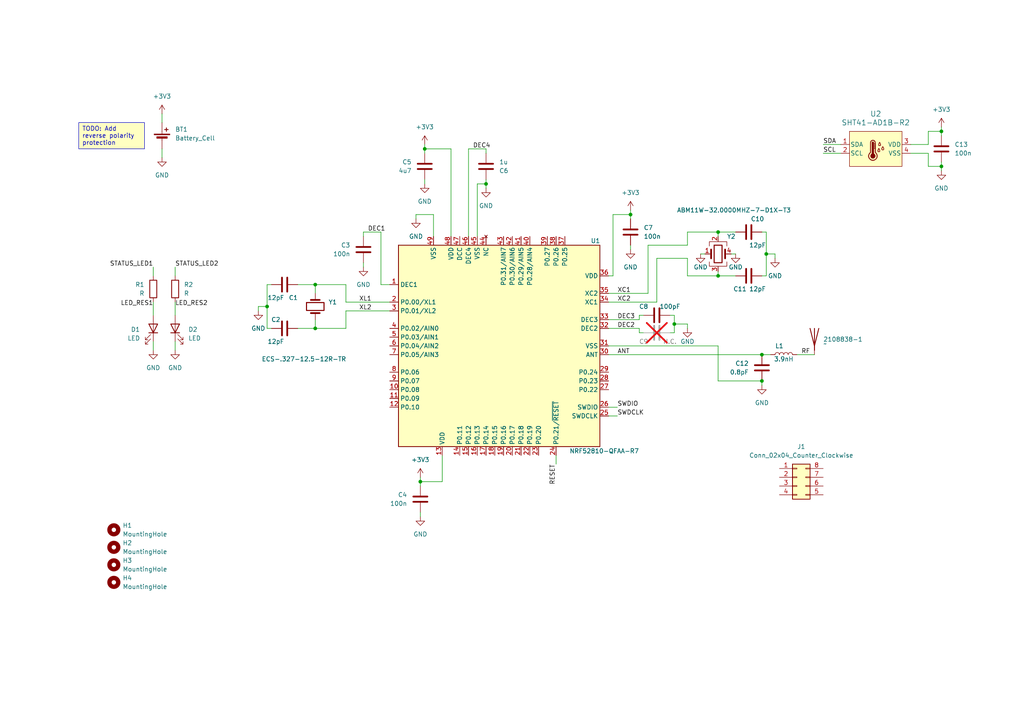
<source format=kicad_sch>
(kicad_sch (version 20230121) (generator eeschema)
  (paper "A4")
  (lib_symbols
    (symbol "Connector_Generic:Conn_02x04_Counter_Clockwise" (pin_names (offset 1.016) hide)
      (property "Reference" "J" (at 1.27 5.08 0))
      (property "Value" "Conn_02x04_Counter_Clockwise" (at 1.27 -7.62 0))
      (symbol "Conn_02x04_Counter_Clockwise_1_1"
        (rectangle (start -1.27 -4.953) (end 0 -5.207) (stroke (width 0.1524)))
        (rectangle (start -1.27 -2.413) (end 0 -2.667) (stroke (width 0.1524)))
        (rectangle (start -1.27 0.127) (end 0 -0.127) (stroke (width 0.1524)))
        (rectangle (start -1.27 2.667) (end 0 2.413) (stroke (width 0.1524)))
        (rectangle (start -1.27 3.81) (end 3.81 -6.35) (stroke (width 0.254)) (fill (type background)))
        (rectangle (start 3.81 -4.953) (end 2.54 -5.207) (stroke (width 0.1524)))
        (rectangle (start 3.81 -2.413) (end 2.54 -2.667) (stroke (width 0.1524)))
        (rectangle (start 3.81 0.127) (end 2.54 -0.127) (stroke (width 0.1524)))
        (rectangle (start 3.81 2.667) (end 2.54 2.413) (stroke (width 0.1524)))
        (pin passive line (at -5.08 2.54 0) (length 3.81) (name "Pin_1") (number "1"))
        (pin passive line (at -5.08 0 0) (length 3.81) (name "Pin_2") (number "2"))
        (pin passive line (at -5.08 -2.54 0) (length 3.81) (name "Pin_3") (number "3"))
        (pin passive line (at -5.08 -5.08 0) (length 3.81) (name "Pin_4") (number "4"))
        (pin passive line (at 7.62 -5.08 180) (length 3.81) (name "Pin_5") (number "5"))
        (pin passive line (at 7.62 -2.54 180) (length 3.81) (name "Pin_6") (number "6"))
        (pin passive line (at 7.62 0 180) (length 3.81) (name "Pin_7") (number "7"))
        (pin passive line (at 7.62 2.54 180) (length 3.81) (name "Pin_8") (number "8"))
      )
    )
    (symbol "Device:Antenna" (pin_numbers hide) (pin_names (offset 1.016) hide)
      (property "Reference" "AE" (at -1.905 1.905 0))
      (property "Value" "Antenna" (at -1.905 0 0))
      (symbol "Antenna_0_1"
        (polyline (pts (xy 0 2.54) (xy 0 -3.81)) (stroke (width 0.254)))
        (polyline (pts (xy 1.27 2.54) (xy 0 -2.54) (xy -1.27 2.54)) (stroke (width 0.254)))
      )
      (symbol "Antenna_1_1"
        (pin input line (at 0 -5.08 90) (length 2.54) (name "A") (number "1"))
      )
    )
    (symbol "Device:Battery_Cell" (pin_numbers hide) (pin_names (offset 0) hide)
      (property "Reference" "BT" (at 2.54 2.54 0))
      (property "Value" "Battery_Cell" (at 2.54 0 0))
      (symbol "Battery_Cell_0_1"
        (rectangle (start -2.286 1.778) (end 2.286 1.524) (fill (type outline)))
        (rectangle (start -1.524 1.016) (end 1.524 0.508) (fill (type outline)))
        (polyline (pts (xy 0 0.762) (xy 0 0)))
        (polyline (pts (xy 0 1.778) (xy 0 2.54)))
        (polyline (pts (xy 0.762 3.048) (xy 1.778 3.048)) (stroke (width 0.254)))
        (polyline (pts (xy 1.27 3.556) (xy 1.27 2.54)) (stroke (width 0.254)))
      )
      (symbol "Battery_Cell_1_1"
        (pin passive line (at 0 5.08 270) (length 2.54) (name "+") (number "1"))
        (pin passive line (at 0 -2.54 90) (length 2.54) (name "-") (number "2"))
      )
    )
    (symbol "Device:C" (pin_numbers hide) (pin_names (offset 0.254))
      (property "Reference" "C" (at 0.635 2.54 0))
      (property "Value" "C" (at 0.635 -2.54 0))
      (symbol "C_0_1"
        (polyline (pts (xy -2.032 -0.762) (xy 2.032 -0.762)) (stroke (width 0.508)))
        (polyline (pts (xy -2.032 0.762) (xy 2.032 0.762)) (stroke (width 0.508)))
      )
      (symbol "C_1_1"
        (pin passive line (at 0 3.81 270) (length 2.794) (name "~") (number "1"))
        (pin passive line (at 0 -3.81 90) (length 2.794) (name "~") (number "2"))
      )
    )
    (symbol "Device:Crystal" (pin_numbers hide) (pin_names (offset 1.016) hide)
      (property "Reference" "Y" (at 0 3.81 0))
      (property "Value" "Crystal" (at 0 -3.81 0))
      (symbol "Crystal_0_1"
        (rectangle (start -1.143 2.54) (end 1.143 -2.54) (stroke (width 0.3048)))
        (polyline (pts (xy -2.54 0) (xy -1.905 0)))
        (polyline (pts (xy -1.905 -1.27) (xy -1.905 1.27)) (stroke (width 0.508)))
        (polyline (pts (xy 1.905 -1.27) (xy 1.905 1.27)) (stroke (width 0.508)))
        (polyline (pts (xy 2.54 0) (xy 1.905 0)))
      )
      (symbol "Crystal_1_1"
        (pin passive line (at -3.81 0 0) (length 1.27) (name "1") (number "1"))
        (pin passive line (at 3.81 0 180) (length 1.27) (name "2") (number "2"))
      )
    )
    (symbol "Device:Crystal_GND23" (pin_names (offset 1.016) hide)
      (property "Reference" "Y" (at 3.175 5.08 0))
      (property "Value" "Crystal_GND23" (at 3.175 3.175 0))
      (symbol "Crystal_GND23_0_1"
        (rectangle (start -1.143 2.54) (end 1.143 -2.54) (stroke (width 0.3048)))
        (polyline (pts (xy -2.54 0) (xy -2.032 0)))
        (polyline (pts (xy -2.032 -1.27) (xy -2.032 1.27)) (stroke (width 0.508)))
        (polyline (pts (xy 0 -3.81) (xy 0 -3.556)))
        (polyline (pts (xy 0 3.556) (xy 0 3.81)))
        (polyline (pts (xy 2.032 -1.27) (xy 2.032 1.27)) (stroke (width 0.508)))
        (polyline (pts (xy 2.032 0) (xy 2.54 0)))
        (polyline (pts (xy -2.54 -2.286) (xy -2.54 -3.556) (xy 2.54 -3.556) (xy 2.54 -2.286)))
        (polyline (pts (xy -2.54 2.286) (xy -2.54 3.556) (xy 2.54 3.556) (xy 2.54 2.286)))
      )
      (symbol "Crystal_GND23_1_1"
        (pin passive line (at -3.81 0 0) (length 1.27) (name "1") (number "1"))
        (pin passive line (at 0 5.08 270) (length 1.27) (name "2") (number "2"))
        (pin passive line (at 0 -5.08 90) (length 1.27) (name "3") (number "3"))
        (pin passive line (at 3.81 0 180) (length 1.27) (name "4") (number "4"))
      )
    )
    (symbol "Device:L" (pin_numbers hide) (pin_names (offset 1.016) hide)
      (property "Reference" "L" (at -1.27 0 90))
      (property "Value" "L" (at 1.905 0 90))
      (symbol "L_0_1"
        (arc (start 0 -2.54) (mid 0.6323 -1.905) (end 0 -1.27))
        (arc (start 0 -1.27) (mid 0.6323 -0.635) (end 0 0))
        (arc (start 0 0) (mid 0.6323 0.635) (end 0 1.27))
        (arc (start 0 1.27) (mid 0.6323 1.905) (end 0 2.54))
      )
      (symbol "L_1_1"
        (pin passive line (at 0 3.81 270) (length 1.27) (name "1") (number "1"))
        (pin passive line (at 0 -3.81 90) (length 1.27) (name "2") (number "2"))
      )
    )
    (symbol "Device:LED" (pin_numbers hide) (pin_names (offset 1.016) hide)
      (property "Reference" "D" (at 0 2.54 0))
      (property "Value" "LED" (at 0 -2.54 0))
      (symbol "LED_0_1"
        (polyline (pts (xy -1.27 -1.27) (xy -1.27 1.27)) (stroke (width 0.254)))
        (polyline (pts (xy -1.27 0) (xy 1.27 0)))
        (polyline (pts (xy 1.27 -1.27) (xy 1.27 1.27) (xy -1.27 0) (xy 1.27 -1.27)) (stroke (width 0.254)))
        (polyline (pts (xy -3.048 -0.762) (xy -4.572 -2.286) (xy -3.81 -2.286) (xy -4.572 -2.286) (xy -4.572 -1.524)))
        (polyline (pts (xy -1.778 -0.762) (xy -3.302 -2.286) (xy -2.54 -2.286) (xy -3.302 -2.286) (xy -3.302 -1.524)))
      )
      (symbol "LED_1_1"
        (pin passive line (at -3.81 0 0) (length 2.54) (name "K") (number "1"))
        (pin passive line (at 3.81 0 180) (length 2.54) (name "A") (number "2"))
      )
    )
    (symbol "Device:R" (pin_numbers hide) (pin_names (offset 0))
      (property "Reference" "R" (at 2.032 0 90))
      (property "Value" "R" (at 0 0 90))
      (symbol "R_0_1"
        (rectangle (start -1.016 -2.54) (end 1.016 2.54) (stroke (width 0.254)))
      )
      (symbol "R_1_1"
        (pin passive line (at 0 3.81 270) (length 1.27) (name "~") (number "1"))
        (pin passive line (at 0 -3.81 90) (length 1.27) (name "~") (number "2"))
      )
    )
    (symbol "Mechanical:MountingHole" (pin_names (offset 1.016))
      (property "Reference" "H" (at 0 5.08 0))
      (property "Value" "MountingHole" (at 0 3.175 0))
      (symbol "MountingHole_0_1"
        (circle (center 0 0) (radius 1.27) (stroke (width 1.27)))
      )
    )
    (symbol "encyclopedia_galactica:NRF52810-QFAA-R7"
      (property "Reference" "U" (at 0 54.61 0))
      (property "Value" "NRF52810-QFAA-R7" (at 0 52.07 0))
      (symbol "NRF52810-QFAA-R7_0_1"
        (rectangle (start -29.21 29.21) (end 29.21 -29.21) (stroke (width 0.254)) (fill (type background)))
      )
      (symbol "NRF52810-QFAA-R7_1_1"
        (pin passive line (at -31.75 17.78 0) (length 2.54) (name "DEC1") (number "1"))
        (pin bidirectional line (at -31.75 -12.7 0) (length 2.54) (name "P0.08") (number "10"))
        (pin bidirectional line (at -31.75 -15.24 0) (length 2.54) (name "P0.09") (number "11"))
        (pin bidirectional line (at -31.75 -17.78 0) (length 2.54) (name "P0.10") (number "12"))
        (pin power_in line (at -16.51 -31.75 90) (length 2.54) (name "VDD") (number "13"))
        (pin bidirectional line (at -11.43 -31.75 90) (length 2.54) (name "P0.11") (number "14"))
        (pin bidirectional line (at -8.89 -31.75 90) (length 2.54) (name "P0.12") (number "15"))
        (pin bidirectional line (at -6.35 -31.75 90) (length 2.54) (name "P0.13") (number "16"))
        (pin bidirectional line (at -3.81 -31.75 90) (length 2.54) (name "P0.14") (number "17"))
        (pin bidirectional line (at -1.27 -31.75 90) (length 2.54) (name "P0.15") (number "18"))
        (pin bidirectional line (at 1.27 -31.75 90) (length 2.54) (name "P0.16") (number "19"))
        (pin bidirectional line (at -31.75 12.7 0) (length 2.54) (name "P0.00/XL1") (number "2"))
        (pin bidirectional line (at 3.81 -31.75 90) (length 2.54) (name "P0.17") (number "20"))
        (pin bidirectional line (at 6.35 -31.75 90) (length 2.54) (name "P0.18") (number "21"))
        (pin bidirectional line (at 8.89 -31.75 90) (length 2.54) (name "P0.19") (number "22"))
        (pin bidirectional line (at 11.43 -31.75 90) (length 2.54) (name "P0.20") (number "23"))
        (pin bidirectional line (at 16.51 -31.75 90) (length 2.54) (name "P0.21/~{RESET}") (number "24"))
        (pin input line (at 31.75 -20.32 180) (length 2.54) (name "SWDCLK") (number "25"))
        (pin bidirectional line (at 31.75 -17.78 180) (length 2.54) (name "SWDIO") (number "26"))
        (pin bidirectional line (at 31.75 -12.7 180) (length 2.54) (name "P0.22") (number "27"))
        (pin bidirectional line (at 31.75 -10.16 180) (length 2.54) (name "P0.23") (number "28"))
        (pin bidirectional line (at 31.75 -7.62 180) (length 2.54) (name "P0.24") (number "29"))
        (pin bidirectional line (at -31.75 10.16 0) (length 2.54) (name "P0.01/XL2") (number "3"))
        (pin passive line (at 31.75 -2.54 180) (length 2.54) (name "ANT") (number "30"))
        (pin power_in line (at 31.75 0 180) (length 2.54) (name "VSS") (number "31"))
        (pin passive line (at 31.75 5.08 180) (length 2.54) (name "DEC2") (number "32"))
        (pin passive line (at 31.75 7.62 180) (length 2.54) (name "DEC3") (number "33"))
        (pin input line (at 31.75 12.7 180) (length 2.54) (name "XC1") (number "34"))
        (pin input line (at 31.75 15.24 180) (length 2.54) (name "XC2") (number "35"))
        (pin passive line (at 31.75 20.32 180) (length 2.54) (name "VDD") (number "36"))
        (pin bidirectional line (at 19.05 31.75 270) (length 2.54) (name "P0.25") (number "37"))
        (pin bidirectional line (at 16.51 31.75 270) (length 2.54) (name "P0.26") (number "38"))
        (pin bidirectional line (at 13.97 31.75 270) (length 2.54) (name "P0.27") (number "39"))
        (pin bidirectional line (at -31.75 5.08 0) (length 2.54) (name "P0.02/AIN0") (number "4"))
        (pin bidirectional line (at 8.89 31.75 270) (length 2.54) (name "P0.28/AIN4") (number "40"))
        (pin bidirectional line (at 6.35 31.75 270) (length 2.54) (name "P0.29/AIN5") (number "41"))
        (pin bidirectional line (at 3.81 31.75 270) (length 2.54) (name "P0.30/AIN6") (number "42"))
        (pin bidirectional line (at 1.27 31.75 270) (length 2.54) (name "P0.31/AIN7") (number "43"))
        (pin no_connect line (at -3.81 31.75 270) (length 2.54) (name "NC") (number "44"))
        (pin passive line (at -6.35 31.75 270) (length 2.54) (name "VSS") (number "45"))
        (pin passive line (at -8.89 31.75 270) (length 2.54) (name "DEC4") (number "46"))
        (pin power_out line (at -11.43 31.75 270) (length 2.54) (name "DCC") (number "47"))
        (pin passive line (at -13.97 31.75 270) (length 2.54) (name "VDD") (number "48"))
        (pin passive line (at -19.05 31.75 270) (length 2.54) (name "VSS") (number "49"))
        (pin bidirectional line (at -31.75 2.54 0) (length 2.54) (name "P0.03/AIN1") (number "5"))
        (pin bidirectional line (at -31.75 0 0) (length 2.54) (name "P0.04/AIN2") (number "6"))
        (pin bidirectional line (at -31.75 -2.54 0) (length 2.54) (name "P0.05/AIN3") (number "7"))
        (pin bidirectional line (at -31.75 -7.62 0) (length 2.54) (name "P0.06") (number "8"))
        (pin bidirectional line (at -31.75 -10.16 0) (length 2.54) (name "P0.07") (number "9"))
      )
    )
    (symbol "encyclopedia_galactica:SHT41-AD1B-R2" (pin_names (offset 0.254))
      (property "Reference" "U" (at 0 13.97 0))
      (property "Value" "SHT41-AD1B-R2" (at 0 11.43 0))
      (symbol "SHT41-AD1B-R2_0_0"
        (polyline (pts (xy -0.7782 -2.7679) (xy -0.7538 -2.7614) (xy -0.6273 -2.7452) (xy -0.5713 -2.733) (xy -0.4386 -2.65) (xy -0.3005 -2.5149) (xy -0.1862 -2.3589) (xy -0.1253 -2.2133) (xy -0.1122 -1.9777) (xy -0.1841 -1.7536) (xy -0.3553 -1.5359) (xy -0.5465 -1.3446) (xy -0.5465 0.2882) (xy -0.5465 1.9209) (xy -0.6855 2.012) (xy -0.7691 2.0613) (xy -0.8546 2.0708) (xy -0.9634 2.012) (xy -1.1023 1.9209) (xy -1.1023 0.2767) (xy -1.1023 -1.3675) (xy -1.2424 -1.4777) (xy -1.2888 -1.5171) (xy -1.4497 -1.7284) (xy -1.5229 -1.9679) (xy -1.5126 -2.2124) (xy -1.4228 -2.4384) (xy -1.2576 -2.6226) (xy -1.0211 -2.7416) (xy -0.8813 -2.7694) (xy -0.7782 -2.7679)) (stroke (width 0.01)) (fill (type outline)))
        (polyline (pts (xy 2.1727 -0.3391) (xy 2.3119 -0.2679) (xy 2.3683 -0.175) (xy 2.3992 -0.0278) (xy 2.3871 0.0546) (xy 2.337 0.2108) (xy 2.2619 0.3868) (xy 2.177 0.5511) (xy 2.0973 0.6727) (xy 2.0379 0.7202) (xy 1.9994 0.6955) (xy 1.9245 0.5928) (xy 1.8393 0.4391) (xy 1.7593 0.2658) (xy 1.6999 0.1045) (xy 1.6767 -0.0135) (xy 1.6805 -0.0349) (xy 1.7878 -0.0349) (xy 1.7977 0.0177) (xy 1.8421 0.1542) (xy 1.9103 0.3256) (xy 2.0328 0.6103) (xy 2.1597 0.3359) (xy 2.2226 0.1922) (xy 2.2764 0.0231) (xy 2.275 -0.0919) (xy 2.2213 -0.1774) (xy 2.1655 -0.214) (xy 2.0379 -0.2441) (xy 1.9584 -0.2324) (xy 1.8367 -0.1559) (xy 1.7878 -0.0349) (xy 1.6805 -0.0349) (xy 1.6952 -0.1171) (xy 1.7686 -0.2536) (xy 1.8305 -0.3015) (xy 1.9945 -0.3498) (xy 2.1727 -0.3391)) (stroke (width 0.01)) (fill (type outline)))
        (polyline (pts (xy 1.2779 0.8852) (xy 1.3876 0.9342) (xy 1.439 1.0346) (xy 1.4494 1.2197) (xy 1.4056 1.4476) (xy 1.3104 1.6903) (xy 1.2438 1.815) (xy 1.1682 1.9333) (xy 1.1209 1.9791) (xy 1.087 1.9506) (xy 1.016 1.8457) (xy 0.9313 1.6903) (xy 0.8493 1.4902) (xy 0.7962 1.2577) (xy 0.7964 1.2083) (xy 0.8985 1.2083) (xy 0.907 1.2863) (xy 0.947 1.4367) (xy 1.0063 1.5899) (xy 1.0699 1.7089) (xy 1.1227 1.7568) (xy 1.1687 1.7194) (xy 1.2295 1.6057) (xy 1.286 1.4514) (xy 1.3252 1.2933) (xy 1.3338 1.1679) (xy 1.3235 1.1054) (xy 1.2709 1.0212) (xy 1.1467 0.9899) (xy 1.1356 0.9889) (xy 0.987 0.994) (xy 0.9164 1.0597) (xy 0.8985 1.2083) (xy 0.7964 1.2083) (xy 0.7968 1.063) (xy 0.8541 0.9342) (xy 0.9555 0.8871) (xy 1.116 0.8695) (xy 1.2779 0.8852)) (stroke (width 0.01)) (fill (type outline)))
        (polyline (pts (xy 1.1245 -0.8535) (xy 1.1312 -0.8498) (xy 1.2085 -0.7577) (xy 1.2315 -0.5895) (xy 1.2238 -0.507) (xy 1.1823 -0.3342) (xy 1.116 -0.1464) (xy 1.038 0.0259) (xy 0.9612 0.1517) (xy 0.8985 0.2005) (xy 0.864 0.1827) (xy 0.7914 0.0847) (xy 0.7123 -0.0722) (xy 0.6397 -0.2572) (xy 0.5864 -0.4397) (xy 0.5682 -0.5702) (xy 0.6762 -0.5702) (xy 0.6847 -0.4923) (xy 0.7246 -0.3419) (xy 0.784 -0.1887) (xy 0.8476 -0.0697) (xy 0.9004 -0.0218) (xy 0.9464 -0.0591) (xy 1.0072 -0.1728) (xy 1.0637 -0.3271) (xy 1.1029 -0.4853) (xy 1.1115 -0.6106) (xy 1.1012 -0.6731) (xy 1.0485 -0.7574) (xy 0.9243 -0.7887) (xy 0.9133 -0.7897) (xy 0.7647 -0.7846) (xy 0.6941 -0.7188) (xy 0.6762 -0.5702) (xy 0.5682 -0.5702) (xy 0.5656 -0.5887) (xy 0.5845 -0.7427) (xy 0.6623 -0.851) (xy 0.7257 -0.88) (xy 0.9286 -0.906) (xy 1.1245 -0.8535)) (stroke (width 0.01)) (fill (type outline)))
        (polyline (pts (xy -0.5545 -3.3797) (xy -0.2175 -3.2426) (xy 0.0945 -2.9972) (xy 0.1243 -2.9669) (xy 0.3463 -2.6832) (xy 0.4707 -2.3844) (xy 0.5089 -2.044) (xy 0.476 -1.8294) (xy 0.3828 -1.5698) (xy 0.2505 -1.3237) (xy 0.1 -1.1376) (xy -0.0463 -1.0029) (xy -0.0464 0.4742) (xy -0.0467 0.7893) (xy -0.0488 1.1761) (xy -0.0534 1.4752) (xy -0.0614 1.7005) (xy -0.0736 1.8661) (xy -0.0909 1.986) (xy -0.1139 2.0742) (xy -0.1437 2.1447) (xy -0.2598 2.3183) (xy -0.4689 2.4887) (xy -0.7142 2.5745) (xy -0.9722 2.5687) (xy -1.2192 2.4643) (xy -1.2384 2.4513) (xy -1.3421 2.3751) (xy -1.424 2.294) (xy -1.4867 2.1948) (xy -1.5327 2.0641) (xy -1.5646 1.8887) (xy -1.585 1.6553) (xy -1.5964 1.3506) (xy -1.6014 0.9613) (xy -1.6025 0.4742) (xy -1.6026 -1.0029) (xy -1.7489 -1.1376) (xy -1.8907 -1.3105) (xy -2.0247 -1.5544) (xy -2.1208 -1.8145) (xy -2.1578 -2.044) (xy -2.1575 -2.0827) (xy -2.138 -2.2218) (xy -1.9808 -2.2218) (xy -1.9707 -1.897) (xy -1.8626 -1.5804) (xy -1.6554 -1.2905) (xy -1.4358 -1.0597) (xy -1.4358 0.4346) (xy -1.4358 0.4797) (xy -1.4346 0.9365) (xy -1.4309 1.2963) (xy -1.424 1.572) (xy -1.4133 1.7764) (xy -1.398 1.9226) (xy -1.3777 2.0235) (xy -1.3515 2.0921) (xy -1.3513 2.0925) (xy -1.216 2.2564) (xy -1.0244 2.3768) (xy -0.8244 2.4237) (xy -0.7891 2.4224) (xy -0.5709 2.3561) (xy -0.3871 2.2073) (xy -0.2603 2.0002) (xy -0.2131 1.7595) (xy -0.2144 1.7118) (xy -0.2434 1.6157) (xy -0.3242 1.59) (xy -0.389 1.5745) (xy -0.4354 1.5066) (xy -0.4147 1.458) (xy -0.3242 1.4233) (xy -0.2391 1.3933) (xy -0.2131 1.2843) (xy -0.237 1.1779) (xy -0.3242 1.1454) (xy -0.389 1.1299) (xy -0.4354 1.062) (xy -0.4147 1.0134) (xy -0.3242 0.9786) (xy -0.2391 0.9486) (xy -0.2131 0.8397) (xy -0.237 0.7333) (xy -0.3242 0.7007) (xy -0.389 0.6853) (xy -0.4354 0.6174) (xy -0.4147 0.5687) (xy -0.3242 0.534) (xy -0.2391 0.504) (xy -0.2131 0.395) (xy -0.237 0.2887) (xy -0.3242 0.2561) (xy -0.389 0.2406) (xy -0.4354 0.1727) (xy -0.4147 0.1241) (xy -0.3242 0.0894) (xy -0.3128 0.0892) (xy -0.2667 0.0778) (xy -0.2375 0.0345) (xy -0.2213 -0.0606) (xy -0.2145 -0.2272) (xy -0.2131 -0.4852) (xy -0.2131 -1.0597) (xy 0.0065 -1.2905) (xy 0.1132 -1.418) (xy 0.2758 -1.7239) (xy 0.3386 -2.0486) (xy 0.3025 -2.3736) (xy 0.168 -2.6806) (xy -0.0639 -2.9511) (xy -0.1168 -2.9941) (xy -0.3007 -3.1115) (xy -0.4755 -3.1865) (xy -0.586 -3.2131) (xy -0.9384 -3.2355) (xy -1.2628 -3.1514) (xy -1.568 -2.9592) (xy -1.7106 -2.8208) (xy -1.8938 -2.5359) (xy -1.9808 -2.2218) (xy -2.138 -2.2218) (xy -2.1106 -2.4174) (xy -1.9764 -2.7137) (xy -1.7434 -2.9978) (xy -1.5826 -3.142) (xy -1.4085 -3.2682) (xy -1.2691 -3.3395) (xy -0.9161 -3.4084) (xy -0.5545 -3.3797)) (stroke (width 0.01)) (fill (type outline)))
      )
      (symbol "SHT41-AD1B-R2_1_1"
        (rectangle (start -7.62 5.08) (end 7.62 -5.08) (fill (type background)))
        (pin bidirectional line (at -10.16 1.27 0) (length 2.54) (name "SDA") (number "1"))
        (pin input line (at -10.16 -1.27 0) (length 2.54) (name "SCL") (number "2"))
        (pin power_in line (at 10.16 1.27 180) (length 2.54) (name "VDD") (number "3"))
        (pin power_out line (at 10.16 -1.27 180) (length 2.54) (name "VSS") (number "4"))
      )
    )
    (symbol "power:+3V3" (power) (pin_names (offset 0))
      (property "Value" "+3V3" (at 0 3.556 0))
      (symbol "+3V3_0_1"
        (polyline (pts (xy -0.762 1.27) (xy 0 2.54)))
        (polyline (pts (xy 0 0) (xy 0 2.54)))
        (polyline (pts (xy 0 2.54) (xy 0.762 1.27)))
      )
      (symbol "+3V3_1_1"
        (pin power_in line (at 0 0 90) (length 0) hide (name "+3V3") (number "1"))
      )
    )
    (symbol "power:GND" (power) (pin_names (offset 0))
      (property "Value" "GND" (at 0 -3.81 0))
      (symbol "GND_0_1"
        (polyline (pts (xy 0 0) (xy 0 -1.27) (xy 1.27 -1.27) (xy 0 -2.54) (xy -1.27 -1.27) (xy 0 -1.27)))
      )
      (symbol "GND_1_1"
        (pin power_in line (at 0 0 270) (length 0) hide (name "GND") (number "1"))
      )
    )
  )
  (junction (at 208.28 67.31))
  (junction (at 220.98 110.49))
  (junction (at 140.97 53.34))
  (junction (at 220.98 102.87))
  (junction (at 91.44 95.25))
  (junction (at 273.05 48.26))
  (junction (at 121.92 139.7))
  (junction (at 182.88 62.23))
  (junction (at 208.28 80.01))
  (junction (at 77.47 88.9))
  (junction (at 195.58 93.98))
  (junction (at 91.44 82.55))
  (junction (at 273.05 38.1))
  (junction (at 222.25 73.66))
  (junction (at 123.19 43.18))
  (wire (pts (xy 105.41 76.2) (xy 105.41 77.47)))
  (wire (pts (xy 77.47 95.25) (xy 77.47 88.9)))
  (wire (pts (xy 140.97 52.07) (xy 140.97 53.34)))
  (wire (pts (xy 208.28 80.01) (xy 208.28 78.74)))
  (wire (pts (xy 177.8 80.01) (xy 176.53 80.01)))
  (wire (pts (xy 238.76 44.45) (xy 243.84 44.45)))
  (wire (pts (xy 187.96 71.12) (xy 187.96 85.09)))
  (wire (pts (xy 123.19 52.07) (xy 123.19 53.34)))
  (wire (pts (xy 199.39 93.98) (xy 195.58 93.98)))
  (wire (pts (xy 190.5 74.93) (xy 199.39 74.93)))
  (wire (pts (xy 273.05 36.83) (xy 273.05 38.1)))
  (wire (pts (xy 91.44 82.55) (xy 91.44 85.09)))
  (wire (pts (xy 100.33 82.55) (xy 100.33 87.63)))
  (wire (pts (xy 231.14 102.87) (xy 236.22 102.87)))
  (wire (pts (xy 46.99 43.18) (xy 46.99 45.72)))
  (wire (pts (xy 269.24 38.1) (xy 273.05 38.1)))
  (wire (pts (xy 222.25 80.01) (xy 222.25 73.66)))
  (wire (pts (xy 100.33 90.17) (xy 113.03 90.17)))
  (wire (pts (xy 186.69 96.52) (xy 185.42 96.52)))
  (wire (pts (xy 44.45 77.47) (xy 44.45 80.01)))
  (wire (pts (xy 78.74 95.25) (xy 77.47 95.25)))
  (wire (pts (xy 121.92 148.59) (xy 121.92 149.86)))
  (wire (pts (xy 105.41 68.58) (xy 105.41 67.31)))
  (wire (pts (xy 46.99 33.02) (xy 46.99 35.56)))
  (wire (pts (xy 128.27 139.7) (xy 121.92 139.7)))
  (wire (pts (xy 110.49 82.55) (xy 110.49 67.31)))
  (wire (pts (xy 110.49 67.31) (xy 105.41 67.31)))
  (wire (pts (xy 199.39 95.25) (xy 199.39 93.98)))
  (wire (pts (xy 220.98 102.87) (xy 223.52 102.87)))
  (wire (pts (xy 195.58 93.98) (xy 195.58 96.52)))
  (wire (pts (xy 269.24 41.91) (xy 269.24 38.1)))
  (wire (pts (xy 182.88 60.96) (xy 182.88 62.23)))
  (wire (pts (xy 273.05 38.1) (xy 273.05 39.37)))
  (wire (pts (xy 208.28 67.31) (xy 199.39 67.31)))
  (wire (pts (xy 204.47 73.66) (xy 203.2 73.66)))
  (wire (pts (xy 135.89 43.18) (xy 135.89 68.58)))
  (wire (pts (xy 186.69 91.44) (xy 185.42 91.44)))
  (wire (pts (xy 121.92 139.7) (xy 121.92 140.97)))
  (wire (pts (xy 130.81 43.18) (xy 123.19 43.18)))
  (wire (pts (xy 194.31 91.44) (xy 195.58 91.44)))
  (wire (pts (xy 121.92 138.43) (xy 121.92 139.7)))
  (wire (pts (xy 176.53 100.33) (xy 208.28 100.33)))
  (wire (pts (xy 74.93 90.17) (xy 74.93 88.9)))
  (wire (pts (xy 176.53 102.87) (xy 220.98 102.87)))
  (wire (pts (xy 86.36 82.55) (xy 91.44 82.55)))
  (wire (pts (xy 123.19 41.91) (xy 123.19 43.18)))
  (wire (pts (xy 130.81 68.58) (xy 130.81 43.18)))
  (wire (pts (xy 190.5 74.93) (xy 190.5 87.63)))
  (wire (pts (xy 208.28 67.31) (xy 208.28 68.58)))
  (wire (pts (xy 222.25 67.31) (xy 220.98 67.31)))
  (wire (pts (xy 199.39 80.01) (xy 208.28 80.01)))
  (wire (pts (xy 50.8 99.06) (xy 50.8 101.6)))
  (wire (pts (xy 161.29 132.08) (xy 161.29 134.62)))
  (wire (pts (xy 208.28 100.33) (xy 208.28 110.49)))
  (wire (pts (xy 213.36 73.66) (xy 212.09 73.66)))
  (wire (pts (xy 182.88 62.23) (xy 182.88 63.5)))
  (wire (pts (xy 208.28 110.49) (xy 220.98 110.49)))
  (wire (pts (xy 91.44 95.25) (xy 100.33 95.25)))
  (wire (pts (xy 176.53 95.25) (xy 185.42 95.25)))
  (wire (pts (xy 182.88 71.12) (xy 182.88 72.39)))
  (wire (pts (xy 273.05 48.26) (xy 273.05 49.53)))
  (wire (pts (xy 123.19 43.18) (xy 123.19 44.45)))
  (wire (pts (xy 224.79 74.93) (xy 224.79 73.66)))
  (wire (pts (xy 44.45 99.06) (xy 44.45 101.6)))
  (wire (pts (xy 125.73 62.23) (xy 120.65 62.23)))
  (wire (pts (xy 44.45 87.63) (xy 44.45 91.44)))
  (wire (pts (xy 91.44 82.55) (xy 100.33 82.55)))
  (wire (pts (xy 176.53 92.71) (xy 185.42 92.71)))
  (wire (pts (xy 177.8 62.23) (xy 182.88 62.23)))
  (wire (pts (xy 140.97 43.18) (xy 140.97 44.45)))
  (wire (pts (xy 194.31 96.52) (xy 195.58 96.52)))
  (wire (pts (xy 220.98 80.01) (xy 222.25 80.01)))
  (wire (pts (xy 100.33 95.25) (xy 100.33 90.17)))
  (wire (pts (xy 140.97 53.34) (xy 140.97 54.61)))
  (wire (pts (xy 176.53 120.65) (xy 179.07 120.65)))
  (wire (pts (xy 77.47 88.9) (xy 77.47 82.55)))
  (wire (pts (xy 135.89 43.18) (xy 140.97 43.18)))
  (wire (pts (xy 50.8 87.63) (xy 50.8 91.44)))
  (wire (pts (xy 273.05 46.99) (xy 273.05 48.26)))
  (wire (pts (xy 190.5 87.63) (xy 176.53 87.63)))
  (wire (pts (xy 185.42 95.25) (xy 185.42 96.52)))
  (wire (pts (xy 199.39 67.31) (xy 199.39 71.12)))
  (wire (pts (xy 220.98 110.49) (xy 220.98 111.76)))
  (wire (pts (xy 264.16 41.91) (xy 269.24 41.91)))
  (wire (pts (xy 222.25 73.66) (xy 222.25 67.31)))
  (wire (pts (xy 138.43 53.34) (xy 140.97 53.34)))
  (wire (pts (xy 224.79 73.66) (xy 222.25 73.66)))
  (wire (pts (xy 269.24 44.45) (xy 269.24 48.26)))
  (wire (pts (xy 120.65 62.23) (xy 120.65 63.5)))
  (wire (pts (xy 125.73 68.58) (xy 125.73 62.23)))
  (wire (pts (xy 113.03 82.55) (xy 110.49 82.55)))
  (wire (pts (xy 50.8 77.47) (xy 50.8 80.01)))
  (wire (pts (xy 199.39 80.01) (xy 199.39 74.93)))
  (wire (pts (xy 213.36 67.31) (xy 208.28 67.31)))
  (wire (pts (xy 264.16 44.45) (xy 269.24 44.45)))
  (wire (pts (xy 195.58 91.44) (xy 195.58 93.98)))
  (wire (pts (xy 91.44 92.71) (xy 91.44 95.25)))
  (wire (pts (xy 238.76 41.91) (xy 243.84 41.91)))
  (wire (pts (xy 86.36 95.25) (xy 91.44 95.25)))
  (wire (pts (xy 269.24 48.26) (xy 273.05 48.26)))
  (wire (pts (xy 128.27 132.08) (xy 128.27 139.7)))
  (wire (pts (xy 177.8 62.23) (xy 177.8 80.01)))
  (wire (pts (xy 138.43 53.34) (xy 138.43 68.58)))
  (wire (pts (xy 176.53 118.11) (xy 179.07 118.11)))
  (wire (pts (xy 100.33 87.63) (xy 113.03 87.63)))
  (wire (pts (xy 187.96 71.12) (xy 199.39 71.12)))
  (wire (pts (xy 74.93 88.9) (xy 77.47 88.9)))
  (wire (pts (xy 213.36 80.01) (xy 208.28 80.01)))
  (wire (pts (xy 176.53 85.09) (xy 187.96 85.09)))
  (wire (pts (xy 77.47 82.55) (xy 78.74 82.55)))
  (wire (pts (xy 185.42 91.44) (xy 185.42 92.71)))
  (text_box "TODO: Add reverse polarity protection" (at 22.86 35.56 0) (size 19.05 7.62) (fill (type color) (color 255 255 194 1)) (effects (font (size 1.27 1.27)) (justify left top)))
  (label "ANT" (at 179.07 102.87 0))
  (label "SDA" (at 238.76 41.91 0))
  (label "SWDIO" (at 179.07 118.11 0))
  (label "XC1" (at 179.07 85.09 0))
  (label "STATUS_LED1" (at 44.45 77.47 180))
  (label "DEC3" (at 179.07 92.71 0))
  (label "RF" (at 232.41 102.87 0))
  (label "XL2" (at 104.14 90.17 0))
  (label "DEC2" (at 179.07 95.25 0))
  (label "LED_RES1" (at 44.45 88.9 180))
  (label "DEC1" (at 106.68 67.31 0))
  (label "SCL" (at 238.76 44.45 0))
  (label "STATUS_LED2" (at 50.8 77.47 0))
  (label "SWDCLK" (at 179.07 120.65 0))
  (label "DEC4" (at 137.16 43.18 0))
  (label "XL1" (at 104.14 87.63 0))
  (label "XC2" (at 179.07 87.63 0))
  (label "LED_RES2" (at 50.8 88.9 0))
  (label "RESET" (at 161.29 134.62 270))
  (symbol (lib_id "power:GND") (at 203.2 73.66 0) (mirror y) (unit 1)
    (property "Reference" "#PWR016" (effects hide))
    (property "Value" "GND" (at 203.2 77.47 0))
  )
  (symbol (lib_id "Device:LED") (at 44.45 95.25 270) (mirror x) (unit 1)
    (property "Reference" "D1" (at 40.64 95.5675 90) (effects (justify right)))
    (property "Value" "LED" (at 40.64 98.1075 90) (effects (justify right)))
    (property "Footprint" "Resistor_SMD:R_0603_1608Metric" (effects hide))
  )
  (symbol (lib_id "power:+3V3") (at 273.05 36.83 0) (unit 1)
    (property "Reference" "#PWR020" (effects hide))
    (property "Value" "+3V3" (at 273.05 31.75 0))
  )
  (symbol (lib_id "Device:C") (at 82.55 95.25 270) (unit 1)
    (property "Reference" "C2" (at 80.01 92.71 90))
    (property "Value" "12pF" (at 80.01 99.06 90))
    (property "Footprint" "Capacitor_SMD:C_0603_1608Metric" (effects hide))
  )
  (symbol (lib_id "power:GND") (at 213.36 73.66 0) (mirror y) (unit 1)
    (property "Reference" "#PWR017" (effects hide))
    (property "Value" "GND" (at 213.36 77.47 0))
  )
  (symbol (lib_id "Device:C") (at 182.88 67.31 180) (unit 1)
    (property "Reference" "C7" (at 186.69 66.04 0) (effects (justify right)))
    (property "Value" "100n" (at 186.69 68.58 0) (effects (justify right)))
    (property "Footprint" "Capacitor_SMD:C_0603_1608Metric" (effects hide))
  )
  (symbol (lib_id "power:+3V3") (at 121.92 138.43 0) (unit 1)
    (property "Reference" "#PWR08" (effects hide))
    (property "Value" "+3V3" (at 121.92 133.35 0))
  )
  (symbol (lib_id "Device:C") (at 190.5 91.44 90) (unit 1)
    (property "Reference" "C8" (at 186.69 88.9 90))
    (property "Value" "100pF" (at 194.31 88.9 90))
    (property "Footprint" "Capacitor_SMD:C_0603_1608Metric" (effects hide))
  )
  (symbol (lib_id "power:GND") (at 220.98 111.76 0) (mirror y) (unit 1)
    (property "Reference" "#PWR018" (effects hide))
    (property "Value" "GND" (at 220.98 116.84 0))
  )
  (symbol (lib_id "power:GND") (at 50.8 101.6 0) (unit 1)
    (property "Reference" "#PWR04" (effects hide))
    (property "Value" "GND" (at 50.8 106.68 0))
  )
  (symbol (lib_id "power:GND") (at 273.05 49.53 0) (unit 1)
    (property "Reference" "#PWR021" (effects hide))
    (property "Value" "GND" (at 273.05 54.61 0))
  )
  (symbol (lib_id "power:GND") (at 105.41 77.47 0) (unit 1)
    (property "Reference" "#PWR06" (effects hide))
    (property "Value" "GND" (at 105.41 82.55 0))
  )
  (symbol (lib_id "Mechanical:MountingHole") (at 33.02 168.91 0) (unit 1)
    (property "Reference" "H4" (at 35.56 167.64 0) (effects (justify left)))
    (property "Value" "MountingHole" (at 35.56 170.18 0) (effects (justify left)))
    (property "Footprint" "MountingHole:MountingHole_2.2mm_M2" (effects hide))
  )
  (symbol (lib_id "power:GND") (at 123.19 53.34 0) (unit 1)
    (property "Reference" "#PWR011" (effects hide))
    (property "Value" "GND" (at 123.19 58.42 0))
  )
  (symbol (lib_id "power:+3V3") (at 182.88 60.96 0) (mirror y) (unit 1)
    (property "Reference" "#PWR013" (effects hide))
    (property "Value" "+3V3" (at 182.88 55.88 0))
  )
  (symbol (lib_id "Device:Crystal") (at 91.44 88.9 90) (unit 1)
    (property "Reference" "Y1" (at 95.25 87.63 90) (effects (justify right)))
    (property "Value" " ECS-.327-12.5-12R-TR " (at 74.93 104.14 90) (effects (justify right)))
    (property "Footprint" "encyclopedia_galactica:ECS-.327-12.5-12R-TR" (effects hide))
  )
  (symbol (lib_id "power:GND") (at 46.99 45.72 0) (unit 1)
    (property "Reference" "#PWR03" (effects hide))
    (property "Value" "GND" (at 46.99 50.8 0))
  )
  (symbol (lib_id "Device:C") (at 123.19 48.26 0) (mirror x) (unit 1)
    (property "Reference" "C5" (at 119.38 46.99 0) (effects (justify right)))
    (property "Value" "4u7" (at 119.38 49.53 0) (effects (justify right)))
    (property "Footprint" "Capacitor_SMD:C_0603_1608Metric" (effects hide))
  )
  (symbol (lib_id "Device:C") (at 82.55 82.55 270) (mirror x) (unit 1)
    (property "Reference" "C1" (at 85.09 86.36 90))
    (property "Value" "12pF" (at 80.01 86.36 90))
    (property "Footprint" "Capacitor_SMD:C_0603_1608Metric" (effects hide))
  )
  (symbol (lib_id "Device:C") (at 217.17 67.31 90) (unit 1)
    (property "Reference" "C10" (at 219.71 63.5 90))
    (property "Value" "12pF" (at 219.71 71.12 90))
    (property "Footprint" "Capacitor_SMD:C_0603_1608Metric" (effects hide))
  )
  (symbol (lib_id "encyclopedia_galactica:NRF52810-QFAA-R7") (at 144.78 100.33 0) (unit 1)
    (property "Reference" "U1" (at 172.72 69.85 0))
    (property "Value" "NRF52810-QFAA-R7" (at 175.26 130.81 0))
    (property "Footprint" "Package_DFN_QFN:QFN-48-1EP_6x6mm_P0.4mm_EP4.6x4.6mm" (effects hide))
    (property "Datasheet" "https://infocenter.nordicsemi.com/pdf/nRF52810_PS_v1.4.pdf" (effects hide))
  )
  (symbol (lib_id "power:GND") (at 121.92 149.86 0) (unit 1)
    (property "Reference" "#PWR09" (effects hide))
    (property "Value" "GND" (at 121.92 154.94 0))
  )
  (symbol (lib_id "power:GND") (at 140.97 54.61 0) (unit 1)
    (property "Reference" "#PWR012" (effects hide))
    (property "Value" "GND" (at 140.97 59.69 0))
  )
  (symbol (lib_id "power:+3V3") (at 46.99 33.02 0) (unit 1)
    (property "Reference" "#PWR02" (effects hide))
    (property "Value" "+3V3" (at 46.99 27.94 0))
  )
  (symbol (lib_id "Device:C") (at 273.05 43.18 0) (unit 1)
    (property "Reference" "C13" (at 276.86 41.91 0) (effects (justify left)))
    (property "Value" "100n" (at 276.86 44.45 0) (effects (justify left)))
    (property "Footprint" "Capacitor_SMD:C_0603_1608Metric" (effects hide))
  )
  (symbol (lib_id "Mechanical:MountingHole") (at 33.02 163.83 0) (unit 1)
    (property "Reference" "H3" (at 35.56 162.56 0) (effects (justify left)))
    (property "Value" "MountingHole" (at 35.56 165.1 0) (effects (justify left)))
    (property "Footprint" "MountingHole:MountingHole_2.2mm_M2" (effects hide))
  )
  (symbol (lib_id "Device:C") (at 105.41 72.39 0) (mirror x) (unit 1)
    (property "Reference" "C3" (at 101.6 71.12 0) (effects (justify right)))
    (property "Value" "100n" (at 101.6 73.66 0) (effects (justify right)))
    (property "Footprint" "Capacitor_SMD:C_0603_1608Metric" (effects hide))
  )
  (symbol (lib_id "Mechanical:MountingHole") (at 33.02 153.67 0) (unit 1)
    (property "Reference" "H1" (at 35.56 152.4 0) (effects (justify left)))
    (property "Value" "MountingHole" (at 35.56 154.94 0) (effects (justify left)))
    (property "Footprint" "MountingHole:MountingHole_2.2mm_M2" (effects hide))
  )
  (symbol (lib_id "power:+3V3") (at 123.19 41.91 0) (unit 1)
    (property "Reference" "#PWR010" (effects hide))
    (property "Value" "+3V3" (at 123.19 36.83 0))
  )
  (symbol (lib_id "Device:C") (at 220.98 106.68 0) (mirror x) (unit 1)
    (property "Reference" "C12" (at 217.17 105.41 0) (effects (justify right)))
    (property "Value" "0.8pF" (at 217.17 107.95 0) (effects (justify right)))
    (property "Footprint" "Capacitor_SMD:C_0603_1608Metric" (effects hide))
  )
  (symbol (lib_id "Device:R") (at 44.45 83.82 0) (mirror y) (unit 1)
    (property "Reference" "R1" (at 41.91 82.55 0) (effects (justify left)))
    (property "Value" "R" (at 41.91 85.09 0) (effects (justify left)))
    (property "Footprint" "Resistor_SMD:R_0603_1608Metric" (effects hide))
  )
  (symbol (lib_id "Mechanical:MountingHole") (at 33.02 158.75 0) (unit 1)
    (property "Reference" "H2" (at 35.56 157.48 0) (effects (justify left)))
    (property "Value" "MountingHole" (at 35.56 160.02 0) (effects (justify left)))
    (property "Footprint" "MountingHole:MountingHole_2.2mm_M2" (effects hide))
  )
  (symbol (lib_id "power:GND") (at 182.88 72.39 0) (mirror y) (unit 1)
    (property "Reference" "#PWR014" (effects hide))
    (property "Value" "GND" (at 182.88 77.47 0))
  )
  (symbol (lib_id "power:GND") (at 224.79 74.93 0) (mirror y) (unit 1)
    (property "Reference" "#PWR019" (effects hide))
    (property "Value" "GND" (at 224.79 80.01 0))
  )
  (symbol (lib_id "power:GND") (at 44.45 101.6 0) (unit 1)
    (property "Reference" "#PWR01" (effects hide))
    (property "Value" "GND" (at 44.45 106.68 0))
  )
  (symbol (lib_id "Device:C") (at 140.97 48.26 0) (mirror y) (unit 1)
    (property "Reference" "C6" (at 144.78 49.53 0) (effects (justify right)))
    (property "Value" "1u" (at 144.78 46.99 0) (effects (justify right)))
    (property "Footprint" "Capacitor_SMD:C_0603_1608Metric" (effects hide))
  )
  (symbol (lib_id "Device:Crystal_GND23") (at 208.28 73.66 0) (unit 1)
    (property "Reference" "Y2" (at 212.09 68.58 0))
    (property "Value" "ABM11W-32.0000MHZ-7-D1X-T3 " (at 213.36 60.96 0))
    (property "Footprint" "encyclopedia_galactica:ABM11W-30.0000MHZ-7-D1X-T3" (effects hide))
  )
  (symbol (lib_id "encyclopedia_galactica:SHT41-AD1B-R2") (at 254 43.18 0) (unit 1)
    (property "Reference" "U2" (at 254 33.02 0) (effects (font (size 1.524 1.524))))
    (property "Value" "SHT41-AD1B-R2" (at 254 35.56 0) (effects (font (size 1.524 1.524))))
    (property "Footprint" "encyclopedia_galactica:DFN4_SHT41_SEN" (effects hide))
    (property "Datasheet" "https://sensirion.com/media/documents/33FD6951/63E1087C/Datasheet_SHT4x_1.pdf" (effects hide))
  )
  (symbol (lib_id "power:GND") (at 199.39 95.25 0) (mirror y) (unit 1)
    (property "Reference" "#PWR015" (effects hide))
    (property "Value" "GND" (at 199.39 99.06 0))
  )
  (symbol (lib_id "Device:LED") (at 50.8 95.25 90) (unit 1)
    (property "Reference" "D2" (at 54.61 95.5675 90) (effects (justify right)))
    (property "Value" "LED" (at 54.61 98.1075 90) (effects (justify right)))
    (property "Footprint" "Resistor_SMD:R_0603_1608Metric" (effects hide))
  )
  (symbol (lib_id "Connector_Generic:Conn_02x04_Counter_Clockwise") (at 231.14 138.43 0) (unit 1)
    (property "Reference" "J1" (at 232.41 129.54 0))
    (property "Value" "Conn_02x04_Counter_Clockwise" (at 232.41 132.08 0))
    (property "Footprint" "Connector_PinHeader_2.54mm:PinHeader_2x04_P2.54mm_Vertical" (effects hide))
  )
  (symbol (lib_id "power:GND") (at 120.65 63.5 0) (unit 1)
    (property "Reference" "#PWR07" (effects hide))
    (property "Value" "GND" (at 120.65 68.58 0))
  )
  (symbol (lib_id "Device:R") (at 50.8 83.82 0) (unit 1)
    (property "Reference" "R2" (at 53.34 82.55 0) (effects (justify left)))
    (property "Value" "R" (at 53.34 85.09 0) (effects (justify left)))
    (property "Footprint" "Resistor_SMD:R_0603_1608Metric" (effects hide))
  )
  (symbol (lib_id "Device:C") (at 217.17 80.01 90) (mirror x) (unit 1)
    (property "Reference" "C11" (at 214.63 83.82 90))
    (property "Value" "12pF" (at 219.71 83.82 90))
    (property "Footprint" "Capacitor_SMD:C_0603_1608Metric" (effects hide))
  )
  (symbol (lib_id "Device:C") (at 190.5 96.52 90) (mirror x) (unit 1) (dnp yes)
    (property "Reference" "C9" (at 186.69 99.06 90))
    (property "Value" "N.C." (at 194.31 99.06 90))
    (property "Footprint" "Capacitor_SMD:C_0603_1608Metric" (effects hide))
  )
  (symbol (lib_id "Device:L") (at 227.33 102.87 90) (unit 1)
    (property "Reference" "L1" (at 226.06 100.33 90))
    (property "Value" "3.9nH" (at 227.33 104.14 90))
    (property "Footprint" "Resistor_SMD:R_0603_1608Metric" (effects hide))
  )
  (symbol (lib_id "Device:Antenna") (at 236.22 97.79 0) (unit 1)
    (property "Reference" "2108838-1" (at 238.76 98.425 0) (effects (justify left)))
    (property "Value" "~" (at 238.76 99.695 0) (effects (justify left)))
    (property "Footprint" "encyclopedia_galactica:2108838-1" (effects hide))
    (property "Datasheet" "  (at 0 0)" (effects hide))
  )
  (symbol (lib_id "Device:C") (at 121.92 144.78 0) (mirror x) (unit 1)
    (property "Reference" "C4" (at 118.11 143.51 0) (effects (justify right)))
    (property "Value" "100n" (at 118.11 146.05 0) (effects (justify right)))
    (property "Footprint" "Capacitor_SMD:C_0603_1608Metric" (effects hide))
  )
  (symbol (lib_id "Device:Battery_Cell") (at 46.99 40.64 0) (unit 1)
    (property "Reference" "BT1" (at 50.8 37.5285 0) (effects (justify left)))
    (property "Value" "Battery_Cell" (at 50.8 40.0685 0) (effects (justify left)))
    (property "Footprint" "Battery:BatteryHolder_Keystone_3034_1x20mm" (effects hide))
  )
  (symbol (lib_id "power:GND") (at 74.93 90.17 0) (unit 1)
    (property "Reference" "#PWR05" (effects hide))
    (property "Value" "GND" (at 74.93 95.25 0))
  )
)
</source>
